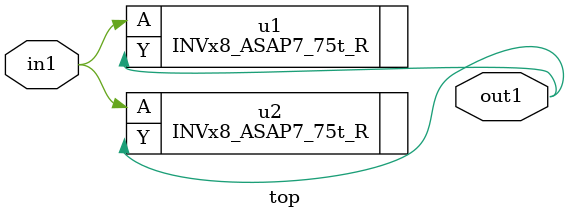
<source format=v>
module top (in1, out1);
  input in1;
  output out1;

  INVx8_ASAP7_75t_R u1 (.A(in1), .Y(out1));
  INVx8_ASAP7_75t_R u2 (.A(in1), .Y(out1));
endmodule // top

</source>
